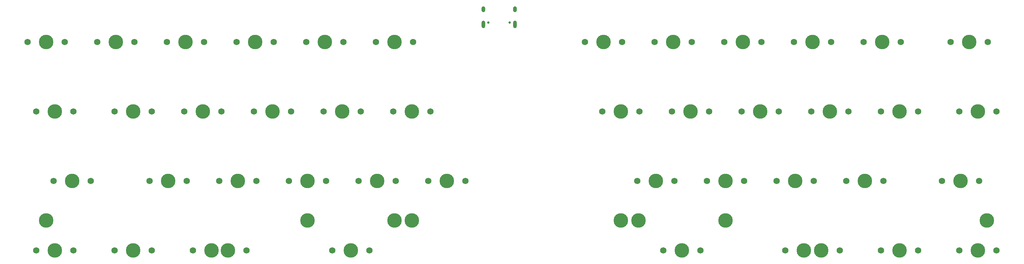
<source format=gbr>
%TF.GenerationSoftware,KiCad,Pcbnew,(7.0.0)*%
%TF.CreationDate,2024-02-03T20:42:43+01:00*%
%TF.ProjectId,the expanse,74686520-6578-4706-916e-73652e6b6963,rev?*%
%TF.SameCoordinates,Original*%
%TF.FileFunction,Soldermask,Top*%
%TF.FilePolarity,Negative*%
%FSLAX46Y46*%
G04 Gerber Fmt 4.6, Leading zero omitted, Abs format (unit mm)*
G04 Created by KiCad (PCBNEW (7.0.0)) date 2024-02-03 20:42:43*
%MOMM*%
%LPD*%
G01*
G04 APERTURE LIST*
%ADD10C,1.750000*%
%ADD11C,3.987800*%
%ADD12C,0.650000*%
%ADD13O,1.000000X1.600000*%
%ADD14O,1.000000X2.100000*%
G04 APERTURE END LIST*
D10*
%TO.C,MX8*%
X191770000Y-25400000D03*
D11*
X196850000Y-25400000D03*
D10*
X201930000Y-25400000D03*
%TD*%
%TO.C,MX26*%
X53657500Y-63500000D03*
D11*
X58737500Y-63500000D03*
D10*
X63817500Y-63500000D03*
%TD*%
%TO.C,MX6*%
X115570000Y-25400000D03*
D11*
X120650000Y-25400000D03*
D10*
X125730000Y-25400000D03*
%TD*%
%TO.C,MX19*%
X177482500Y-44450000D03*
D11*
X182562500Y-44450000D03*
D10*
X187642500Y-44450000D03*
%TD*%
%TO.C,MX31*%
X187007500Y-63500000D03*
D11*
X192087500Y-63500000D03*
D10*
X197167500Y-63500000D03*
%TD*%
%TO.C,MX40*%
X65563750Y-82550000D03*
D11*
X70643750Y-82550000D03*
D10*
X75723750Y-82550000D03*
%TD*%
%TO.C,MX16*%
X82232500Y-44450000D03*
D11*
X87312500Y-44450000D03*
D10*
X92392500Y-44450000D03*
%TD*%
%TO.C,MX34*%
X244157500Y-63500000D03*
D11*
X249237500Y-63500000D03*
D10*
X254317500Y-63500000D03*
%TD*%
%TO.C,MX44*%
X253682500Y-82550000D03*
D11*
X258762500Y-82550000D03*
D10*
X263842500Y-82550000D03*
%TD*%
%TO.C,MX23*%
X253682500Y-44450000D03*
D11*
X258762500Y-44450000D03*
D10*
X263842500Y-44450000D03*
%TD*%
%TO.C,MX33*%
X225107500Y-63500000D03*
D11*
X230187500Y-63500000D03*
D10*
X235267500Y-63500000D03*
%TD*%
%TO.C,MX18*%
X120332500Y-44450000D03*
D11*
X125412500Y-44450000D03*
D10*
X130492500Y-44450000D03*
%TD*%
%TO.C,MX11*%
X248920000Y-25400000D03*
D11*
X254000000Y-25400000D03*
D10*
X259080000Y-25400000D03*
%TD*%
%TO.C,MX13*%
X22701250Y-44450000D03*
D11*
X27781250Y-44450000D03*
D10*
X32861250Y-44450000D03*
%TD*%
%TO.C,MX27*%
X72707500Y-63500000D03*
D11*
X77787500Y-63500000D03*
D10*
X82867500Y-63500000D03*
%TD*%
%TO.C,MX3*%
X58420000Y-25400000D03*
D11*
X63500000Y-25400000D03*
D10*
X68580000Y-25400000D03*
%TD*%
%TO.C,MX15*%
X63182500Y-44450000D03*
D11*
X68262500Y-44450000D03*
D10*
X73342500Y-44450000D03*
%TD*%
D11*
%TO.C,S4*%
X211137500Y-74295000D03*
X187325000Y-74295000D03*
%TD*%
D10*
%TO.C,MX17*%
X101282500Y-44450000D03*
D11*
X106362500Y-44450000D03*
D10*
X111442500Y-44450000D03*
%TD*%
%TO.C,MX38*%
X22701250Y-82550000D03*
D11*
X27781250Y-82550000D03*
D10*
X32861250Y-82550000D03*
%TD*%
%TO.C,MX14*%
X44132500Y-44450000D03*
D11*
X49212500Y-44450000D03*
D10*
X54292500Y-44450000D03*
%TD*%
%TO.C,MX28*%
X91757500Y-63500000D03*
D11*
X96837500Y-63500000D03*
D10*
X101917500Y-63500000D03*
%TD*%
%TO.C,MX37*%
X227488750Y-82550000D03*
D11*
X232568750Y-82550000D03*
D10*
X237648750Y-82550000D03*
%TD*%
%TO.C,MX1*%
X20320000Y-25400000D03*
D11*
X25400000Y-25400000D03*
D10*
X30480000Y-25400000D03*
%TD*%
D11*
%TO.C,S3*%
X120650000Y-74295000D03*
X96837500Y-74295000D03*
%TD*%
D10*
%TO.C,MX43*%
X232251250Y-82550000D03*
D11*
X237331250Y-82550000D03*
D10*
X242411250Y-82550000D03*
%TD*%
%TO.C,MX4*%
X77470000Y-25400000D03*
D11*
X82550000Y-25400000D03*
D10*
X87630000Y-25400000D03*
%TD*%
D11*
%TO.C,S2*%
X282575000Y-74295000D03*
X182562500Y-74295000D03*
%TD*%
D10*
%TO.C,MX42*%
X194151250Y-82550000D03*
D11*
X199231250Y-82550000D03*
D10*
X204311250Y-82550000D03*
%TD*%
%TO.C,MX41*%
X103663750Y-82550000D03*
D11*
X108743750Y-82550000D03*
D10*
X113823750Y-82550000D03*
%TD*%
D11*
%TO.C,S1*%
X125412500Y-74295000D03*
X25400000Y-74295000D03*
%TD*%
D10*
%TO.C,MX35*%
X270351250Y-63500000D03*
D11*
X275431250Y-63500000D03*
D10*
X280511250Y-63500000D03*
%TD*%
%TO.C,MX36*%
X70008750Y-82550000D03*
D11*
X75088750Y-82550000D03*
D10*
X80168750Y-82550000D03*
%TD*%
%TO.C,MX32*%
X206057500Y-63500000D03*
D11*
X211137500Y-63500000D03*
D10*
X216217500Y-63500000D03*
%TD*%
%TO.C,MX25*%
X27463750Y-63500000D03*
D11*
X32543750Y-63500000D03*
D10*
X37623750Y-63500000D03*
%TD*%
%TO.C,MX22*%
X234632500Y-44450000D03*
D11*
X239712500Y-44450000D03*
D10*
X244792500Y-44450000D03*
%TD*%
%TO.C,MX39*%
X44132500Y-82550000D03*
D11*
X49212500Y-82550000D03*
D10*
X54292500Y-82550000D03*
%TD*%
%TO.C,MX20*%
X196532500Y-44450000D03*
D11*
X201612500Y-44450000D03*
D10*
X206692500Y-44450000D03*
%TD*%
%TO.C,MX12*%
X272732500Y-25400000D03*
D11*
X277812500Y-25400000D03*
D10*
X282892500Y-25400000D03*
%TD*%
%TO.C,MX10*%
X229870000Y-25400000D03*
D11*
X234950000Y-25400000D03*
D10*
X240030000Y-25400000D03*
%TD*%
%TO.C,MX9*%
X210820000Y-25400000D03*
D11*
X215900000Y-25400000D03*
D10*
X220980000Y-25400000D03*
%TD*%
%TO.C,MX7*%
X172720000Y-25400000D03*
D11*
X177800000Y-25400000D03*
D10*
X182880000Y-25400000D03*
%TD*%
%TO.C,MX45*%
X275113750Y-82550000D03*
D11*
X280193750Y-82550000D03*
D10*
X285273750Y-82550000D03*
%TD*%
%TO.C,MX5*%
X96520000Y-25400000D03*
D11*
X101600000Y-25400000D03*
D10*
X106680000Y-25400000D03*
%TD*%
%TO.C,MX21*%
X215582500Y-44450000D03*
D11*
X220662500Y-44450000D03*
D10*
X225742500Y-44450000D03*
%TD*%
%TO.C,MX29*%
X110807500Y-63500000D03*
D11*
X115887500Y-63500000D03*
D10*
X120967500Y-63500000D03*
%TD*%
%TO.C,MX24*%
X275113750Y-44450000D03*
D11*
X280193750Y-44450000D03*
D10*
X285273750Y-44450000D03*
%TD*%
%TO.C,MX2*%
X39370000Y-25400000D03*
D11*
X44450000Y-25400000D03*
D10*
X49530000Y-25400000D03*
%TD*%
%TO.C,MX30*%
X129857500Y-63500000D03*
D11*
X134937500Y-63500000D03*
D10*
X140017500Y-63500000D03*
%TD*%
D12*
%TO.C,J1*%
X146335000Y-20062500D03*
X152115000Y-20062500D03*
D13*
X144904999Y-16412499D03*
D14*
X144904999Y-20592499D03*
D13*
X153544999Y-16412499D03*
D14*
X153544999Y-20592499D03*
%TD*%
M02*

</source>
